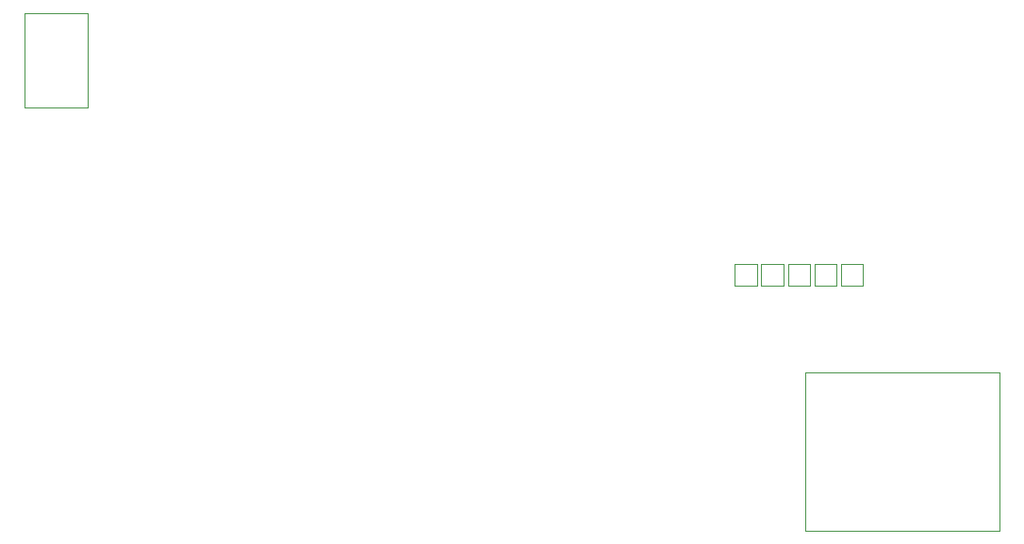
<source format=gbr>
%TF.GenerationSoftware,KiCad,Pcbnew,7.0.6*%
%TF.CreationDate,2023-09-02T22:40:38-04:00*%
%TF.ProjectId,Vault45_alpha,5661756c-7434-4355-9f61-6c7068612e6b,rev?*%
%TF.SameCoordinates,PX18faf56PY663131a*%
%TF.FileFunction,Other,User*%
%FSLAX46Y46*%
G04 Gerber Fmt 4.6, Leading zero omitted, Abs format (unit mm)*
G04 Created by KiCad (PCBNEW 7.0.6) date 2023-09-02 22:40:38*
%MOMM*%
%LPD*%
G01*
G04 APERTURE LIST*
%ADD10C,0.050000*%
G04 APERTURE END LIST*
D10*
X141850000Y21474730D02*
X141850000Y35674730D01*
X141850000Y21474730D02*
X124350000Y21474730D01*
X124350000Y35674730D02*
X141850000Y35674730D01*
X124350000Y35674730D02*
X124350000Y21474730D01*
X54300048Y59448221D02*
X60000048Y59448221D01*
X60000048Y59448221D02*
X60000048Y67948221D01*
X54300048Y67948221D02*
X54300048Y59448221D01*
X60000048Y67948221D02*
X54300048Y67948221D01*
X124825000Y43449730D02*
X124825000Y45449730D01*
X124825000Y43449730D02*
X122825000Y43449730D01*
X122825000Y45449730D02*
X124825000Y45449730D01*
X122825000Y45449730D02*
X122825000Y43449730D01*
X122443750Y43449730D02*
X122443750Y45449730D01*
X122443750Y43449730D02*
X120443750Y43449730D01*
X120443750Y45449730D02*
X122443750Y45449730D01*
X120443750Y45449730D02*
X120443750Y43449730D01*
X120062500Y43449730D02*
X120062500Y45449730D01*
X120062500Y43449730D02*
X118062500Y43449730D01*
X118062500Y45449730D02*
X120062500Y45449730D01*
X118062500Y45449730D02*
X118062500Y43449730D01*
X127206250Y43449730D02*
X127206250Y45449730D01*
X127206250Y43449730D02*
X125206250Y43449730D01*
X125206250Y45449730D02*
X127206250Y45449730D01*
X125206250Y45449730D02*
X125206250Y43449730D01*
X129587500Y43449730D02*
X129587500Y45449730D01*
X129587500Y43449730D02*
X127587500Y43449730D01*
X127587500Y45449730D02*
X129587500Y45449730D01*
X127587500Y45449730D02*
X127587500Y43449730D01*
M02*

</source>
